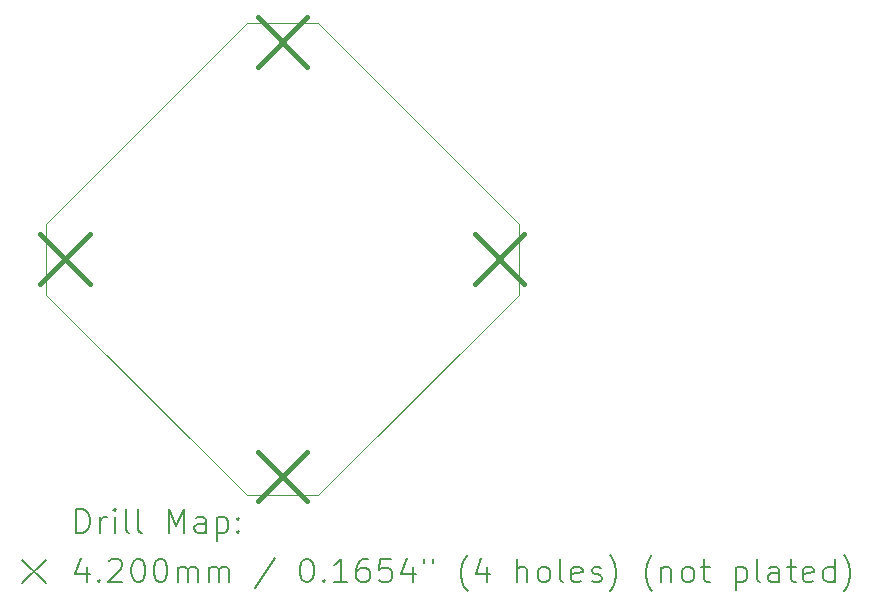
<source format=gbr>
%TF.GenerationSoftware,KiCad,Pcbnew,8.0.5*%
%TF.CreationDate,2024-09-26T09:53:33+02:00*%
%TF.ProjectId,BL-R8812AF1 mount,424c2d52-3838-4313-9241-4631206d6f75,rev?*%
%TF.SameCoordinates,Original*%
%TF.FileFunction,Drillmap*%
%TF.FilePolarity,Positive*%
%FSLAX45Y45*%
G04 Gerber Fmt 4.5, Leading zero omitted, Abs format (unit mm)*
G04 Created by KiCad (PCBNEW 8.0.5) date 2024-09-26 09:53:33*
%MOMM*%
%LPD*%
G01*
G04 APERTURE LIST*
%ADD10C,0.050000*%
%ADD11C,0.100000*%
%ADD12C,0.200000*%
%ADD13C,0.420000*%
G04 APERTURE END LIST*
D10*
X7271000Y-14609800D02*
X7271000Y-15209800D01*
X8971000Y-16909800D02*
X9571000Y-16909800D01*
D11*
X7271000Y-15209800D02*
X8971000Y-16909800D01*
X11271000Y-14609800D02*
X9571000Y-12909800D01*
X9571000Y-16909800D02*
X11271000Y-15209800D01*
D10*
X11271000Y-14609800D02*
X11271000Y-15209800D01*
X8971000Y-12909800D02*
X9571000Y-12909800D01*
D11*
X8971000Y-12909800D02*
X7271000Y-14609800D01*
D12*
D13*
X7222522Y-14699800D02*
X7642522Y-15119800D01*
X7642522Y-14699800D02*
X7222522Y-15119800D01*
X9061000Y-12861322D02*
X9481000Y-13281322D01*
X9481000Y-12861322D02*
X9061000Y-13281322D01*
X9061000Y-16538278D02*
X9481000Y-16958278D01*
X9481000Y-16538278D02*
X9061000Y-16958278D01*
X10899478Y-14699800D02*
X11319478Y-15119800D01*
X11319478Y-14699800D02*
X10899478Y-15119800D01*
D12*
X7526777Y-17226284D02*
X7526777Y-17026284D01*
X7526777Y-17026284D02*
X7574396Y-17026284D01*
X7574396Y-17026284D02*
X7602967Y-17035808D01*
X7602967Y-17035808D02*
X7622015Y-17054855D01*
X7622015Y-17054855D02*
X7631539Y-17073903D01*
X7631539Y-17073903D02*
X7641062Y-17111998D01*
X7641062Y-17111998D02*
X7641062Y-17140570D01*
X7641062Y-17140570D02*
X7631539Y-17178665D01*
X7631539Y-17178665D02*
X7622015Y-17197712D01*
X7622015Y-17197712D02*
X7602967Y-17216760D01*
X7602967Y-17216760D02*
X7574396Y-17226284D01*
X7574396Y-17226284D02*
X7526777Y-17226284D01*
X7726777Y-17226284D02*
X7726777Y-17092950D01*
X7726777Y-17131046D02*
X7736301Y-17111998D01*
X7736301Y-17111998D02*
X7745824Y-17102474D01*
X7745824Y-17102474D02*
X7764872Y-17092950D01*
X7764872Y-17092950D02*
X7783920Y-17092950D01*
X7850586Y-17226284D02*
X7850586Y-17092950D01*
X7850586Y-17026284D02*
X7841062Y-17035808D01*
X7841062Y-17035808D02*
X7850586Y-17045331D01*
X7850586Y-17045331D02*
X7860110Y-17035808D01*
X7860110Y-17035808D02*
X7850586Y-17026284D01*
X7850586Y-17026284D02*
X7850586Y-17045331D01*
X7974396Y-17226284D02*
X7955348Y-17216760D01*
X7955348Y-17216760D02*
X7945824Y-17197712D01*
X7945824Y-17197712D02*
X7945824Y-17026284D01*
X8079158Y-17226284D02*
X8060110Y-17216760D01*
X8060110Y-17216760D02*
X8050586Y-17197712D01*
X8050586Y-17197712D02*
X8050586Y-17026284D01*
X8307729Y-17226284D02*
X8307729Y-17026284D01*
X8307729Y-17026284D02*
X8374396Y-17169141D01*
X8374396Y-17169141D02*
X8441063Y-17026284D01*
X8441063Y-17026284D02*
X8441063Y-17226284D01*
X8622015Y-17226284D02*
X8622015Y-17121522D01*
X8622015Y-17121522D02*
X8612491Y-17102474D01*
X8612491Y-17102474D02*
X8593444Y-17092950D01*
X8593444Y-17092950D02*
X8555348Y-17092950D01*
X8555348Y-17092950D02*
X8536301Y-17102474D01*
X8622015Y-17216760D02*
X8602967Y-17226284D01*
X8602967Y-17226284D02*
X8555348Y-17226284D01*
X8555348Y-17226284D02*
X8536301Y-17216760D01*
X8536301Y-17216760D02*
X8526777Y-17197712D01*
X8526777Y-17197712D02*
X8526777Y-17178665D01*
X8526777Y-17178665D02*
X8536301Y-17159617D01*
X8536301Y-17159617D02*
X8555348Y-17150093D01*
X8555348Y-17150093D02*
X8602967Y-17150093D01*
X8602967Y-17150093D02*
X8622015Y-17140570D01*
X8717253Y-17092950D02*
X8717253Y-17292950D01*
X8717253Y-17102474D02*
X8736301Y-17092950D01*
X8736301Y-17092950D02*
X8774396Y-17092950D01*
X8774396Y-17092950D02*
X8793444Y-17102474D01*
X8793444Y-17102474D02*
X8802967Y-17111998D01*
X8802967Y-17111998D02*
X8812491Y-17131046D01*
X8812491Y-17131046D02*
X8812491Y-17188189D01*
X8812491Y-17188189D02*
X8802967Y-17207236D01*
X8802967Y-17207236D02*
X8793444Y-17216760D01*
X8793444Y-17216760D02*
X8774396Y-17226284D01*
X8774396Y-17226284D02*
X8736301Y-17226284D01*
X8736301Y-17226284D02*
X8717253Y-17216760D01*
X8898205Y-17207236D02*
X8907729Y-17216760D01*
X8907729Y-17216760D02*
X8898205Y-17226284D01*
X8898205Y-17226284D02*
X8888682Y-17216760D01*
X8888682Y-17216760D02*
X8898205Y-17207236D01*
X8898205Y-17207236D02*
X8898205Y-17226284D01*
X8898205Y-17102474D02*
X8907729Y-17111998D01*
X8907729Y-17111998D02*
X8898205Y-17121522D01*
X8898205Y-17121522D02*
X8888682Y-17111998D01*
X8888682Y-17111998D02*
X8898205Y-17102474D01*
X8898205Y-17102474D02*
X8898205Y-17121522D01*
X7066000Y-17454800D02*
X7266000Y-17654800D01*
X7266000Y-17454800D02*
X7066000Y-17654800D01*
X7612491Y-17512950D02*
X7612491Y-17646284D01*
X7564872Y-17436760D02*
X7517253Y-17579617D01*
X7517253Y-17579617D02*
X7641062Y-17579617D01*
X7717253Y-17627236D02*
X7726777Y-17636760D01*
X7726777Y-17636760D02*
X7717253Y-17646284D01*
X7717253Y-17646284D02*
X7707729Y-17636760D01*
X7707729Y-17636760D02*
X7717253Y-17627236D01*
X7717253Y-17627236D02*
X7717253Y-17646284D01*
X7802967Y-17465331D02*
X7812491Y-17455808D01*
X7812491Y-17455808D02*
X7831539Y-17446284D01*
X7831539Y-17446284D02*
X7879158Y-17446284D01*
X7879158Y-17446284D02*
X7898205Y-17455808D01*
X7898205Y-17455808D02*
X7907729Y-17465331D01*
X7907729Y-17465331D02*
X7917253Y-17484379D01*
X7917253Y-17484379D02*
X7917253Y-17503427D01*
X7917253Y-17503427D02*
X7907729Y-17531998D01*
X7907729Y-17531998D02*
X7793443Y-17646284D01*
X7793443Y-17646284D02*
X7917253Y-17646284D01*
X8041062Y-17446284D02*
X8060110Y-17446284D01*
X8060110Y-17446284D02*
X8079158Y-17455808D01*
X8079158Y-17455808D02*
X8088682Y-17465331D01*
X8088682Y-17465331D02*
X8098205Y-17484379D01*
X8098205Y-17484379D02*
X8107729Y-17522474D01*
X8107729Y-17522474D02*
X8107729Y-17570093D01*
X8107729Y-17570093D02*
X8098205Y-17608189D01*
X8098205Y-17608189D02*
X8088682Y-17627236D01*
X8088682Y-17627236D02*
X8079158Y-17636760D01*
X8079158Y-17636760D02*
X8060110Y-17646284D01*
X8060110Y-17646284D02*
X8041062Y-17646284D01*
X8041062Y-17646284D02*
X8022015Y-17636760D01*
X8022015Y-17636760D02*
X8012491Y-17627236D01*
X8012491Y-17627236D02*
X8002967Y-17608189D01*
X8002967Y-17608189D02*
X7993443Y-17570093D01*
X7993443Y-17570093D02*
X7993443Y-17522474D01*
X7993443Y-17522474D02*
X8002967Y-17484379D01*
X8002967Y-17484379D02*
X8012491Y-17465331D01*
X8012491Y-17465331D02*
X8022015Y-17455808D01*
X8022015Y-17455808D02*
X8041062Y-17446284D01*
X8231539Y-17446284D02*
X8250586Y-17446284D01*
X8250586Y-17446284D02*
X8269634Y-17455808D01*
X8269634Y-17455808D02*
X8279158Y-17465331D01*
X8279158Y-17465331D02*
X8288682Y-17484379D01*
X8288682Y-17484379D02*
X8298205Y-17522474D01*
X8298205Y-17522474D02*
X8298205Y-17570093D01*
X8298205Y-17570093D02*
X8288682Y-17608189D01*
X8288682Y-17608189D02*
X8279158Y-17627236D01*
X8279158Y-17627236D02*
X8269634Y-17636760D01*
X8269634Y-17636760D02*
X8250586Y-17646284D01*
X8250586Y-17646284D02*
X8231539Y-17646284D01*
X8231539Y-17646284D02*
X8212491Y-17636760D01*
X8212491Y-17636760D02*
X8202967Y-17627236D01*
X8202967Y-17627236D02*
X8193443Y-17608189D01*
X8193443Y-17608189D02*
X8183920Y-17570093D01*
X8183920Y-17570093D02*
X8183920Y-17522474D01*
X8183920Y-17522474D02*
X8193443Y-17484379D01*
X8193443Y-17484379D02*
X8202967Y-17465331D01*
X8202967Y-17465331D02*
X8212491Y-17455808D01*
X8212491Y-17455808D02*
X8231539Y-17446284D01*
X8383920Y-17646284D02*
X8383920Y-17512950D01*
X8383920Y-17531998D02*
X8393444Y-17522474D01*
X8393444Y-17522474D02*
X8412491Y-17512950D01*
X8412491Y-17512950D02*
X8441063Y-17512950D01*
X8441063Y-17512950D02*
X8460110Y-17522474D01*
X8460110Y-17522474D02*
X8469634Y-17541522D01*
X8469634Y-17541522D02*
X8469634Y-17646284D01*
X8469634Y-17541522D02*
X8479158Y-17522474D01*
X8479158Y-17522474D02*
X8498205Y-17512950D01*
X8498205Y-17512950D02*
X8526777Y-17512950D01*
X8526777Y-17512950D02*
X8545825Y-17522474D01*
X8545825Y-17522474D02*
X8555348Y-17541522D01*
X8555348Y-17541522D02*
X8555348Y-17646284D01*
X8650586Y-17646284D02*
X8650586Y-17512950D01*
X8650586Y-17531998D02*
X8660110Y-17522474D01*
X8660110Y-17522474D02*
X8679158Y-17512950D01*
X8679158Y-17512950D02*
X8707729Y-17512950D01*
X8707729Y-17512950D02*
X8726777Y-17522474D01*
X8726777Y-17522474D02*
X8736301Y-17541522D01*
X8736301Y-17541522D02*
X8736301Y-17646284D01*
X8736301Y-17541522D02*
X8745825Y-17522474D01*
X8745825Y-17522474D02*
X8764872Y-17512950D01*
X8764872Y-17512950D02*
X8793444Y-17512950D01*
X8793444Y-17512950D02*
X8812491Y-17522474D01*
X8812491Y-17522474D02*
X8822015Y-17541522D01*
X8822015Y-17541522D02*
X8822015Y-17646284D01*
X9212491Y-17436760D02*
X9041063Y-17693903D01*
X9469634Y-17446284D02*
X9488682Y-17446284D01*
X9488682Y-17446284D02*
X9507729Y-17455808D01*
X9507729Y-17455808D02*
X9517253Y-17465331D01*
X9517253Y-17465331D02*
X9526777Y-17484379D01*
X9526777Y-17484379D02*
X9536301Y-17522474D01*
X9536301Y-17522474D02*
X9536301Y-17570093D01*
X9536301Y-17570093D02*
X9526777Y-17608189D01*
X9526777Y-17608189D02*
X9517253Y-17627236D01*
X9517253Y-17627236D02*
X9507729Y-17636760D01*
X9507729Y-17636760D02*
X9488682Y-17646284D01*
X9488682Y-17646284D02*
X9469634Y-17646284D01*
X9469634Y-17646284D02*
X9450587Y-17636760D01*
X9450587Y-17636760D02*
X9441063Y-17627236D01*
X9441063Y-17627236D02*
X9431539Y-17608189D01*
X9431539Y-17608189D02*
X9422015Y-17570093D01*
X9422015Y-17570093D02*
X9422015Y-17522474D01*
X9422015Y-17522474D02*
X9431539Y-17484379D01*
X9431539Y-17484379D02*
X9441063Y-17465331D01*
X9441063Y-17465331D02*
X9450587Y-17455808D01*
X9450587Y-17455808D02*
X9469634Y-17446284D01*
X9622015Y-17627236D02*
X9631539Y-17636760D01*
X9631539Y-17636760D02*
X9622015Y-17646284D01*
X9622015Y-17646284D02*
X9612491Y-17636760D01*
X9612491Y-17636760D02*
X9622015Y-17627236D01*
X9622015Y-17627236D02*
X9622015Y-17646284D01*
X9822015Y-17646284D02*
X9707729Y-17646284D01*
X9764872Y-17646284D02*
X9764872Y-17446284D01*
X9764872Y-17446284D02*
X9745825Y-17474855D01*
X9745825Y-17474855D02*
X9726777Y-17493903D01*
X9726777Y-17493903D02*
X9707729Y-17503427D01*
X9993444Y-17446284D02*
X9955348Y-17446284D01*
X9955348Y-17446284D02*
X9936301Y-17455808D01*
X9936301Y-17455808D02*
X9926777Y-17465331D01*
X9926777Y-17465331D02*
X9907729Y-17493903D01*
X9907729Y-17493903D02*
X9898206Y-17531998D01*
X9898206Y-17531998D02*
X9898206Y-17608189D01*
X9898206Y-17608189D02*
X9907729Y-17627236D01*
X9907729Y-17627236D02*
X9917253Y-17636760D01*
X9917253Y-17636760D02*
X9936301Y-17646284D01*
X9936301Y-17646284D02*
X9974396Y-17646284D01*
X9974396Y-17646284D02*
X9993444Y-17636760D01*
X9993444Y-17636760D02*
X10002968Y-17627236D01*
X10002968Y-17627236D02*
X10012491Y-17608189D01*
X10012491Y-17608189D02*
X10012491Y-17560570D01*
X10012491Y-17560570D02*
X10002968Y-17541522D01*
X10002968Y-17541522D02*
X9993444Y-17531998D01*
X9993444Y-17531998D02*
X9974396Y-17522474D01*
X9974396Y-17522474D02*
X9936301Y-17522474D01*
X9936301Y-17522474D02*
X9917253Y-17531998D01*
X9917253Y-17531998D02*
X9907729Y-17541522D01*
X9907729Y-17541522D02*
X9898206Y-17560570D01*
X10193444Y-17446284D02*
X10098206Y-17446284D01*
X10098206Y-17446284D02*
X10088682Y-17541522D01*
X10088682Y-17541522D02*
X10098206Y-17531998D01*
X10098206Y-17531998D02*
X10117253Y-17522474D01*
X10117253Y-17522474D02*
X10164872Y-17522474D01*
X10164872Y-17522474D02*
X10183920Y-17531998D01*
X10183920Y-17531998D02*
X10193444Y-17541522D01*
X10193444Y-17541522D02*
X10202968Y-17560570D01*
X10202968Y-17560570D02*
X10202968Y-17608189D01*
X10202968Y-17608189D02*
X10193444Y-17627236D01*
X10193444Y-17627236D02*
X10183920Y-17636760D01*
X10183920Y-17636760D02*
X10164872Y-17646284D01*
X10164872Y-17646284D02*
X10117253Y-17646284D01*
X10117253Y-17646284D02*
X10098206Y-17636760D01*
X10098206Y-17636760D02*
X10088682Y-17627236D01*
X10374396Y-17512950D02*
X10374396Y-17646284D01*
X10326777Y-17436760D02*
X10279158Y-17579617D01*
X10279158Y-17579617D02*
X10402968Y-17579617D01*
X10469634Y-17446284D02*
X10469634Y-17484379D01*
X10545825Y-17446284D02*
X10545825Y-17484379D01*
X10841063Y-17722474D02*
X10831539Y-17712950D01*
X10831539Y-17712950D02*
X10812491Y-17684379D01*
X10812491Y-17684379D02*
X10802968Y-17665331D01*
X10802968Y-17665331D02*
X10793444Y-17636760D01*
X10793444Y-17636760D02*
X10783920Y-17589141D01*
X10783920Y-17589141D02*
X10783920Y-17551046D01*
X10783920Y-17551046D02*
X10793444Y-17503427D01*
X10793444Y-17503427D02*
X10802968Y-17474855D01*
X10802968Y-17474855D02*
X10812491Y-17455808D01*
X10812491Y-17455808D02*
X10831539Y-17427236D01*
X10831539Y-17427236D02*
X10841063Y-17417712D01*
X11002968Y-17512950D02*
X11002968Y-17646284D01*
X10955349Y-17436760D02*
X10907730Y-17579617D01*
X10907730Y-17579617D02*
X11031539Y-17579617D01*
X11260110Y-17646284D02*
X11260110Y-17446284D01*
X11345825Y-17646284D02*
X11345825Y-17541522D01*
X11345825Y-17541522D02*
X11336301Y-17522474D01*
X11336301Y-17522474D02*
X11317253Y-17512950D01*
X11317253Y-17512950D02*
X11288682Y-17512950D01*
X11288682Y-17512950D02*
X11269634Y-17522474D01*
X11269634Y-17522474D02*
X11260110Y-17531998D01*
X11469634Y-17646284D02*
X11450587Y-17636760D01*
X11450587Y-17636760D02*
X11441063Y-17627236D01*
X11441063Y-17627236D02*
X11431539Y-17608189D01*
X11431539Y-17608189D02*
X11431539Y-17551046D01*
X11431539Y-17551046D02*
X11441063Y-17531998D01*
X11441063Y-17531998D02*
X11450587Y-17522474D01*
X11450587Y-17522474D02*
X11469634Y-17512950D01*
X11469634Y-17512950D02*
X11498206Y-17512950D01*
X11498206Y-17512950D02*
X11517253Y-17522474D01*
X11517253Y-17522474D02*
X11526777Y-17531998D01*
X11526777Y-17531998D02*
X11536301Y-17551046D01*
X11536301Y-17551046D02*
X11536301Y-17608189D01*
X11536301Y-17608189D02*
X11526777Y-17627236D01*
X11526777Y-17627236D02*
X11517253Y-17636760D01*
X11517253Y-17636760D02*
X11498206Y-17646284D01*
X11498206Y-17646284D02*
X11469634Y-17646284D01*
X11650587Y-17646284D02*
X11631539Y-17636760D01*
X11631539Y-17636760D02*
X11622015Y-17617712D01*
X11622015Y-17617712D02*
X11622015Y-17446284D01*
X11802968Y-17636760D02*
X11783920Y-17646284D01*
X11783920Y-17646284D02*
X11745825Y-17646284D01*
X11745825Y-17646284D02*
X11726777Y-17636760D01*
X11726777Y-17636760D02*
X11717253Y-17617712D01*
X11717253Y-17617712D02*
X11717253Y-17541522D01*
X11717253Y-17541522D02*
X11726777Y-17522474D01*
X11726777Y-17522474D02*
X11745825Y-17512950D01*
X11745825Y-17512950D02*
X11783920Y-17512950D01*
X11783920Y-17512950D02*
X11802968Y-17522474D01*
X11802968Y-17522474D02*
X11812491Y-17541522D01*
X11812491Y-17541522D02*
X11812491Y-17560570D01*
X11812491Y-17560570D02*
X11717253Y-17579617D01*
X11888682Y-17636760D02*
X11907730Y-17646284D01*
X11907730Y-17646284D02*
X11945825Y-17646284D01*
X11945825Y-17646284D02*
X11964872Y-17636760D01*
X11964872Y-17636760D02*
X11974396Y-17617712D01*
X11974396Y-17617712D02*
X11974396Y-17608189D01*
X11974396Y-17608189D02*
X11964872Y-17589141D01*
X11964872Y-17589141D02*
X11945825Y-17579617D01*
X11945825Y-17579617D02*
X11917253Y-17579617D01*
X11917253Y-17579617D02*
X11898206Y-17570093D01*
X11898206Y-17570093D02*
X11888682Y-17551046D01*
X11888682Y-17551046D02*
X11888682Y-17541522D01*
X11888682Y-17541522D02*
X11898206Y-17522474D01*
X11898206Y-17522474D02*
X11917253Y-17512950D01*
X11917253Y-17512950D02*
X11945825Y-17512950D01*
X11945825Y-17512950D02*
X11964872Y-17522474D01*
X12041063Y-17722474D02*
X12050587Y-17712950D01*
X12050587Y-17712950D02*
X12069634Y-17684379D01*
X12069634Y-17684379D02*
X12079158Y-17665331D01*
X12079158Y-17665331D02*
X12088682Y-17636760D01*
X12088682Y-17636760D02*
X12098206Y-17589141D01*
X12098206Y-17589141D02*
X12098206Y-17551046D01*
X12098206Y-17551046D02*
X12088682Y-17503427D01*
X12088682Y-17503427D02*
X12079158Y-17474855D01*
X12079158Y-17474855D02*
X12069634Y-17455808D01*
X12069634Y-17455808D02*
X12050587Y-17427236D01*
X12050587Y-17427236D02*
X12041063Y-17417712D01*
X12402968Y-17722474D02*
X12393444Y-17712950D01*
X12393444Y-17712950D02*
X12374396Y-17684379D01*
X12374396Y-17684379D02*
X12364872Y-17665331D01*
X12364872Y-17665331D02*
X12355349Y-17636760D01*
X12355349Y-17636760D02*
X12345825Y-17589141D01*
X12345825Y-17589141D02*
X12345825Y-17551046D01*
X12345825Y-17551046D02*
X12355349Y-17503427D01*
X12355349Y-17503427D02*
X12364872Y-17474855D01*
X12364872Y-17474855D02*
X12374396Y-17455808D01*
X12374396Y-17455808D02*
X12393444Y-17427236D01*
X12393444Y-17427236D02*
X12402968Y-17417712D01*
X12479158Y-17512950D02*
X12479158Y-17646284D01*
X12479158Y-17531998D02*
X12488682Y-17522474D01*
X12488682Y-17522474D02*
X12507730Y-17512950D01*
X12507730Y-17512950D02*
X12536301Y-17512950D01*
X12536301Y-17512950D02*
X12555349Y-17522474D01*
X12555349Y-17522474D02*
X12564872Y-17541522D01*
X12564872Y-17541522D02*
X12564872Y-17646284D01*
X12688682Y-17646284D02*
X12669634Y-17636760D01*
X12669634Y-17636760D02*
X12660111Y-17627236D01*
X12660111Y-17627236D02*
X12650587Y-17608189D01*
X12650587Y-17608189D02*
X12650587Y-17551046D01*
X12650587Y-17551046D02*
X12660111Y-17531998D01*
X12660111Y-17531998D02*
X12669634Y-17522474D01*
X12669634Y-17522474D02*
X12688682Y-17512950D01*
X12688682Y-17512950D02*
X12717253Y-17512950D01*
X12717253Y-17512950D02*
X12736301Y-17522474D01*
X12736301Y-17522474D02*
X12745825Y-17531998D01*
X12745825Y-17531998D02*
X12755349Y-17551046D01*
X12755349Y-17551046D02*
X12755349Y-17608189D01*
X12755349Y-17608189D02*
X12745825Y-17627236D01*
X12745825Y-17627236D02*
X12736301Y-17636760D01*
X12736301Y-17636760D02*
X12717253Y-17646284D01*
X12717253Y-17646284D02*
X12688682Y-17646284D01*
X12812492Y-17512950D02*
X12888682Y-17512950D01*
X12841063Y-17446284D02*
X12841063Y-17617712D01*
X12841063Y-17617712D02*
X12850587Y-17636760D01*
X12850587Y-17636760D02*
X12869634Y-17646284D01*
X12869634Y-17646284D02*
X12888682Y-17646284D01*
X13107730Y-17512950D02*
X13107730Y-17712950D01*
X13107730Y-17522474D02*
X13126777Y-17512950D01*
X13126777Y-17512950D02*
X13164873Y-17512950D01*
X13164873Y-17512950D02*
X13183920Y-17522474D01*
X13183920Y-17522474D02*
X13193444Y-17531998D01*
X13193444Y-17531998D02*
X13202968Y-17551046D01*
X13202968Y-17551046D02*
X13202968Y-17608189D01*
X13202968Y-17608189D02*
X13193444Y-17627236D01*
X13193444Y-17627236D02*
X13183920Y-17636760D01*
X13183920Y-17636760D02*
X13164873Y-17646284D01*
X13164873Y-17646284D02*
X13126777Y-17646284D01*
X13126777Y-17646284D02*
X13107730Y-17636760D01*
X13317253Y-17646284D02*
X13298206Y-17636760D01*
X13298206Y-17636760D02*
X13288682Y-17617712D01*
X13288682Y-17617712D02*
X13288682Y-17446284D01*
X13479158Y-17646284D02*
X13479158Y-17541522D01*
X13479158Y-17541522D02*
X13469634Y-17522474D01*
X13469634Y-17522474D02*
X13450587Y-17512950D01*
X13450587Y-17512950D02*
X13412492Y-17512950D01*
X13412492Y-17512950D02*
X13393444Y-17522474D01*
X13479158Y-17636760D02*
X13460111Y-17646284D01*
X13460111Y-17646284D02*
X13412492Y-17646284D01*
X13412492Y-17646284D02*
X13393444Y-17636760D01*
X13393444Y-17636760D02*
X13383920Y-17617712D01*
X13383920Y-17617712D02*
X13383920Y-17598665D01*
X13383920Y-17598665D02*
X13393444Y-17579617D01*
X13393444Y-17579617D02*
X13412492Y-17570093D01*
X13412492Y-17570093D02*
X13460111Y-17570093D01*
X13460111Y-17570093D02*
X13479158Y-17560570D01*
X13545825Y-17512950D02*
X13622015Y-17512950D01*
X13574396Y-17446284D02*
X13574396Y-17617712D01*
X13574396Y-17617712D02*
X13583920Y-17636760D01*
X13583920Y-17636760D02*
X13602968Y-17646284D01*
X13602968Y-17646284D02*
X13622015Y-17646284D01*
X13764873Y-17636760D02*
X13745825Y-17646284D01*
X13745825Y-17646284D02*
X13707730Y-17646284D01*
X13707730Y-17646284D02*
X13688682Y-17636760D01*
X13688682Y-17636760D02*
X13679158Y-17617712D01*
X13679158Y-17617712D02*
X13679158Y-17541522D01*
X13679158Y-17541522D02*
X13688682Y-17522474D01*
X13688682Y-17522474D02*
X13707730Y-17512950D01*
X13707730Y-17512950D02*
X13745825Y-17512950D01*
X13745825Y-17512950D02*
X13764873Y-17522474D01*
X13764873Y-17522474D02*
X13774396Y-17541522D01*
X13774396Y-17541522D02*
X13774396Y-17560570D01*
X13774396Y-17560570D02*
X13679158Y-17579617D01*
X13945825Y-17646284D02*
X13945825Y-17446284D01*
X13945825Y-17636760D02*
X13926777Y-17646284D01*
X13926777Y-17646284D02*
X13888682Y-17646284D01*
X13888682Y-17646284D02*
X13869634Y-17636760D01*
X13869634Y-17636760D02*
X13860111Y-17627236D01*
X13860111Y-17627236D02*
X13850587Y-17608189D01*
X13850587Y-17608189D02*
X13850587Y-17551046D01*
X13850587Y-17551046D02*
X13860111Y-17531998D01*
X13860111Y-17531998D02*
X13869634Y-17522474D01*
X13869634Y-17522474D02*
X13888682Y-17512950D01*
X13888682Y-17512950D02*
X13926777Y-17512950D01*
X13926777Y-17512950D02*
X13945825Y-17522474D01*
X14022015Y-17722474D02*
X14031539Y-17712950D01*
X14031539Y-17712950D02*
X14050587Y-17684379D01*
X14050587Y-17684379D02*
X14060111Y-17665331D01*
X14060111Y-17665331D02*
X14069634Y-17636760D01*
X14069634Y-17636760D02*
X14079158Y-17589141D01*
X14079158Y-17589141D02*
X14079158Y-17551046D01*
X14079158Y-17551046D02*
X14069634Y-17503427D01*
X14069634Y-17503427D02*
X14060111Y-17474855D01*
X14060111Y-17474855D02*
X14050587Y-17455808D01*
X14050587Y-17455808D02*
X14031539Y-17427236D01*
X14031539Y-17427236D02*
X14022015Y-17417712D01*
M02*

</source>
